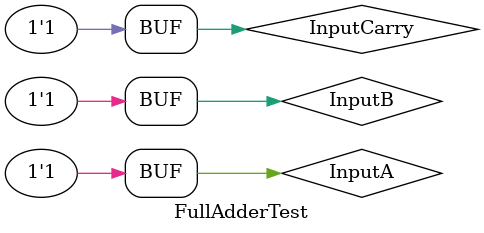
<source format=v>
`timescale 1ns / 1ps


module FullAdderTest;

	// Inputs
	reg InputA;
	reg InputB;
	reg InputCarry;

	// Outputs
	wire OutputS;
	wire OutputCarry;

	// Instantiate the Unit Under Test (UUT)
	top uut (
		.InputA(InputA), 
		.InputB(InputB), 
		.InputCarry(InputCarry), 
		.OutputS(OutputS), 
		.OutputCarry(OutputCarry)
	);

	initial begin
		// Initialize Inputs
		InputA = 0;
		InputB = 0;
		InputCarry = 0;

		// Wait 100 ns for global reset to finish
		#100;
        
		// Add stimulus here
		
		InputA = 0;
		InputB = 0;
		InputCarry = 0;
		#100;
		
		InputA = 1;
		InputB = 0;
		InputCarry = 0;
		#100;
		
		InputA = 0;
		InputB = 1;
		InputCarry = 0;
		#100;
		
		InputA = 1;
		InputB = 1;
		InputCarry = 0;
		#100;
		
		InputA = 0;
		InputB = 0;
		InputCarry = 1;
		#100;
		
		InputA = 1;
		InputB = 0;
		InputCarry = 1;
		#100;
		
		InputA = 0;
		InputB = 1;
		InputCarry = 1;
		#100;
		
		InputA = 1;
		InputB = 1;
		InputCarry = 1;
		#100;

	end
      
endmodule


</source>
